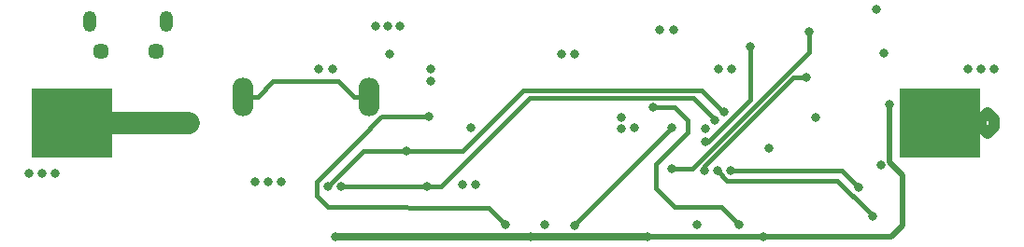
<source format=gbr>
G04 #@! TF.GenerationSoftware,KiCad,Pcbnew,(5.1.5)-3*
G04 #@! TF.CreationDate,2021-06-22T21:37:00+02:00*
G04 #@! TF.ProjectId,18650_UPS_PCB,31383635-305f-4555-9053-5f5043422e6b,rev?*
G04 #@! TF.SameCoordinates,Original*
G04 #@! TF.FileFunction,Copper,L4,Bot*
G04 #@! TF.FilePolarity,Positive*
%FSLAX46Y46*%
G04 Gerber Fmt 4.6, Leading zero omitted, Abs format (unit mm)*
G04 Created by KiCad (PCBNEW (5.1.5)-3) date 2021-06-22 21:37:00*
%MOMM*%
%LPD*%
G04 APERTURE LIST*
%ADD10O,1.900000X3.500000*%
%ADD11R,7.340000X6.350000*%
%ADD12O,1.200000X1.900000*%
%ADD13C,1.450000*%
%ADD14C,0.800000*%
%ADD15C,1.000000*%
%ADD16C,0.700000*%
%ADD17C,0.500000*%
%ADD18C,0.400000*%
%ADD19C,2.000000*%
G04 APERTURE END LIST*
D10*
X153410000Y-82785000D03*
X142010000Y-82785000D03*
D11*
X205140000Y-85185000D03*
X126480000Y-85185000D03*
D12*
X128110000Y-75947500D03*
X135110000Y-75947500D03*
D13*
X129110000Y-78647500D03*
X134110000Y-78647500D03*
D14*
X210110000Y-85185000D03*
X209510000Y-86085000D03*
X209510000Y-84285000D03*
X122610000Y-89785000D03*
X123810000Y-89785000D03*
X125010000Y-89785000D03*
X172110000Y-78885000D03*
X170910000Y-78885000D03*
X144310000Y-90485000D03*
X145510000Y-90485000D03*
X143110000Y-90485000D03*
X155310000Y-78885000D03*
X150400000Y-95500000D03*
X168100000Y-95500000D03*
X178700000Y-95500000D03*
X189200000Y-95500000D03*
X200600000Y-83500000D03*
X208910000Y-80285000D03*
X207710000Y-80285000D03*
X210110000Y-80285000D03*
X156210000Y-76385000D03*
X155110000Y-76385000D03*
X154010000Y-76385000D03*
X162672500Y-85585000D03*
X181010000Y-76685000D03*
X179810000Y-76685000D03*
X176310000Y-85685000D03*
X176310000Y-84685000D03*
X199410000Y-74885000D03*
X169400000Y-94400000D03*
X183200000Y-94400000D03*
X199800000Y-89000000D03*
X193900000Y-84700000D03*
X183900000Y-85700000D03*
X185110000Y-80285000D03*
X186310000Y-80285000D03*
X148910000Y-80285000D03*
X150110000Y-80285000D03*
X159010000Y-80285000D03*
X159010000Y-81385000D03*
X197800000Y-91000000D03*
X186200000Y-89500000D03*
X185000000Y-89500000D03*
X199100000Y-93600000D03*
X193100000Y-81000000D03*
X183800000Y-89500000D03*
X180900000Y-89300000D03*
X193300000Y-76900000D03*
X150900000Y-90900000D03*
X158700000Y-90900000D03*
X184800000Y-84900000D03*
X149700000Y-90900000D03*
X156800000Y-87700000D03*
X185600000Y-84200000D03*
X137110000Y-85185000D03*
X134710000Y-85185000D03*
X135910000Y-85185000D03*
X161910000Y-90785000D03*
X163110000Y-90785000D03*
X177500000Y-85600000D03*
X189700000Y-87500000D03*
X200100000Y-78800000D03*
X188000000Y-78200000D03*
X183900000Y-86900000D03*
X179200000Y-83700000D03*
X187000000Y-94400000D03*
X165800000Y-94400000D03*
X158900000Y-84600000D03*
X180900000Y-85600000D03*
X172096076Y-94463399D03*
D15*
X210084990Y-84859990D02*
X210084990Y-85159990D01*
X209510000Y-84285000D02*
X210084990Y-84859990D01*
X210084990Y-85510010D02*
X210084990Y-85210010D01*
X209510000Y-86085000D02*
X210084990Y-85510010D01*
X208610000Y-85185000D02*
X209510000Y-86085000D01*
X208610000Y-85185000D02*
X209510000Y-84285000D01*
X205140000Y-85185000D02*
X208610000Y-85185000D01*
D16*
X150400000Y-95500000D02*
X168100000Y-95500000D01*
X168665685Y-95500000D02*
X178700000Y-95500000D01*
D17*
X201800000Y-94500000D02*
X200800000Y-95500000D01*
X200600000Y-83500000D02*
X200600000Y-88700000D01*
X201800000Y-89900000D02*
X201800000Y-94500000D01*
X200600000Y-88700000D02*
X201800000Y-89900000D01*
X200800000Y-95500000D02*
X189200000Y-95500000D01*
X189200000Y-95500000D02*
X178700000Y-95500000D01*
D16*
X168100000Y-95500000D02*
X168665685Y-95500000D01*
D18*
X196300000Y-89500000D02*
X197800000Y-91000000D01*
X186200000Y-89500000D02*
X196300000Y-89500000D01*
X198700001Y-93200001D02*
X199100000Y-93600000D01*
X185000000Y-89500000D02*
X185900000Y-90400000D01*
X185900000Y-90400000D02*
X195900000Y-90400000D01*
X195900000Y-90400000D02*
X198700001Y-93200001D01*
X193100000Y-81000000D02*
X191900000Y-81000000D01*
X183800000Y-89100000D02*
X183800000Y-89500000D01*
X191900000Y-81000000D02*
X183800000Y-89100000D01*
X193300000Y-78700000D02*
X193300000Y-76900000D01*
X180900000Y-89300000D02*
X182700000Y-89300000D01*
X182700000Y-89300000D02*
X193300000Y-78700000D01*
X158700000Y-90900000D02*
X150900000Y-90900000D01*
X168000000Y-82900000D02*
X182800000Y-82900000D01*
X182800000Y-82900000D02*
X184400001Y-84500001D01*
X158700000Y-90900000D02*
X160000000Y-90900000D01*
X184400001Y-84500001D02*
X184800000Y-84900000D01*
X160000000Y-90900000D02*
X168000000Y-82900000D01*
X152900000Y-87700000D02*
X149700000Y-90900000D01*
X156800000Y-87700000D02*
X152900000Y-87700000D01*
X185200001Y-83800001D02*
X185600000Y-84200000D01*
X156800000Y-87700000D02*
X161900000Y-87700000D01*
X167400000Y-82200000D02*
X183600000Y-82200000D01*
X161900000Y-87700000D02*
X167400000Y-82200000D01*
X183600000Y-82200000D02*
X185200001Y-83800001D01*
D19*
X137110000Y-85185000D02*
X126480000Y-85185000D01*
D18*
X184200000Y-86900000D02*
X183900000Y-86900000D01*
X188000000Y-78200000D02*
X188000000Y-83100000D01*
X188000000Y-83100000D02*
X184200000Y-86900000D01*
X152060000Y-82785000D02*
X150675000Y-81400000D01*
X153410000Y-82785000D02*
X152060000Y-82785000D01*
X143360000Y-82785000D02*
X144745000Y-81400000D01*
X142010000Y-82785000D02*
X143360000Y-82785000D01*
X144745000Y-81400000D02*
X150675000Y-81400000D01*
X179200000Y-83700000D02*
X179765685Y-83700000D01*
X179765685Y-83700000D02*
X181100000Y-83700000D01*
X181100000Y-83700000D02*
X182300000Y-84900000D01*
X182300000Y-84900000D02*
X182300000Y-86000000D01*
X182300000Y-86000000D02*
X179400000Y-88900000D01*
X179400000Y-88900000D02*
X179400000Y-91100000D01*
X179400000Y-91100000D02*
X181100000Y-92800000D01*
X181100000Y-92800000D02*
X185400000Y-92800000D01*
X185400000Y-92800000D02*
X187000000Y-94400000D01*
X148700000Y-91700000D02*
X148700000Y-91800000D01*
X164300000Y-92900000D02*
X165800000Y-94400000D01*
X148700000Y-91800000D02*
X149700000Y-92800000D01*
X149700000Y-92800000D02*
X164300000Y-92900000D01*
X148700000Y-91400000D02*
X148700000Y-91800000D01*
X148700000Y-91400000D02*
X148700000Y-91700000D01*
X148700000Y-90500000D02*
X148700000Y-90600000D01*
X152600000Y-86600000D02*
X148700000Y-90500000D01*
X148700000Y-90600000D02*
X148700000Y-91400000D01*
X152600000Y-86600000D02*
X154500000Y-84700000D01*
X154500000Y-84700000D02*
X154600000Y-84600000D01*
X154600000Y-84600000D02*
X158900000Y-84600000D01*
X180900000Y-85600000D02*
X172096076Y-94403924D01*
X172096076Y-94403924D02*
X172096076Y-94463399D01*
M02*

</source>
